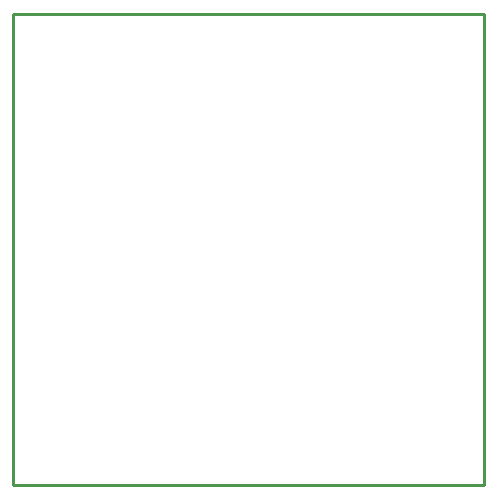
<source format=gko>
%FSLAX25Y25*%
%MOIN*%
G70*
G01*
G75*
G04 Layer_Color=16711935*
%ADD10R,0.02000X0.02000*%
%ADD11R,0.04134X0.05512*%
%ADD12R,0.05512X0.04134*%
%ADD13O,0.09843X0.02756*%
%ADD14O,0.02362X0.08661*%
%ADD15R,0.06300X0.05500*%
%ADD16O,0.06693X0.01378*%
%ADD17R,0.03543X0.02559*%
%ADD18R,0.03543X0.03740*%
%ADD19R,0.03937X0.03937*%
%ADD20R,0.03937X0.03937*%
%ADD21R,0.03740X0.05315*%
%ADD22R,0.05315X0.03740*%
%ADD23C,0.03200*%
%ADD24C,0.02800*%
%ADD25C,0.01000*%
%ADD26C,0.00000*%
%ADD27C,0.02000*%
%ADD28C,0.01600*%
%ADD29R,0.05906X0.05906*%
%ADD30C,0.05906*%
%ADD31R,0.05906X0.05906*%
%ADD32C,0.04724*%
%ADD33R,0.04724X0.04724*%
%ADD34O,0.09843X0.06693*%
%ADD35C,0.02400*%
%ADD36C,0.05000*%
%ADD37R,0.02000X0.02000*%
%ADD38C,0.00984*%
%ADD39C,0.01575*%
%ADD40C,0.02362*%
%ADD41C,0.00800*%
%ADD42C,0.00787*%
%ADD43C,0.00591*%
%ADD44R,0.00730X0.02560*%
%ADD45R,0.06700X0.01800*%
%ADD46R,0.00650X0.02300*%
%ADD47R,0.02300X0.00650*%
%ADD48R,0.01800X0.06700*%
%ADD49R,0.02560X0.00730*%
%ADD50R,0.05906X0.78740*%
%ADD51R,0.02800X0.02800*%
%ADD52R,0.04934X0.06312*%
%ADD53R,0.06312X0.04934*%
%ADD54O,0.10642X0.03556*%
%ADD55O,0.03162X0.09461*%
%ADD56R,0.07100X0.06300*%
%ADD57O,0.07493X0.02178*%
%ADD58R,0.04343X0.03359*%
%ADD59R,0.04343X0.04540*%
%ADD60R,0.04540X0.06115*%
%ADD61R,0.06115X0.04540*%
%ADD62R,0.06706X0.06706*%
%ADD63C,0.06706*%
%ADD64R,0.06706X0.06706*%
%ADD65C,0.05524*%
%ADD66R,0.05524X0.05524*%
%ADD67O,0.10642X0.07493*%
%ADD68C,0.03200*%
%ADD69C,0.05800*%
%ADD70R,0.02800X0.02800*%
D25*
X230000Y223000D02*
Y380000D01*
Y223000D02*
X387000D01*
Y380000D01*
X230000D02*
X387000D01*
M02*

</source>
